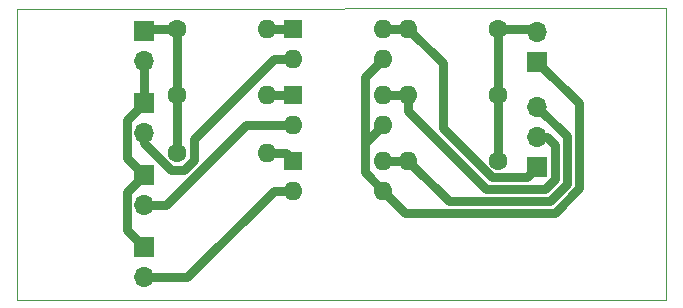
<source format=gbr>
%TF.GenerationSoftware,KiCad,Pcbnew,7.0.8*%
%TF.CreationDate,2023-11-18T19:46:02+02:00*%
%TF.ProjectId,limit_switch,6c696d69-745f-4737-9769-7463682e6b69,rev?*%
%TF.SameCoordinates,Original*%
%TF.FileFunction,Copper,L1,Top*%
%TF.FilePolarity,Positive*%
%FSLAX46Y46*%
G04 Gerber Fmt 4.6, Leading zero omitted, Abs format (unit mm)*
G04 Created by KiCad (PCBNEW 7.0.8) date 2023-11-18 19:46:02*
%MOMM*%
%LPD*%
G01*
G04 APERTURE LIST*
%TA.AperFunction,ComponentPad*%
%ADD10C,1.600000*%
%TD*%
%TA.AperFunction,ComponentPad*%
%ADD11O,1.600000X1.600000*%
%TD*%
%TA.AperFunction,ComponentPad*%
%ADD12R,1.700000X1.700000*%
%TD*%
%TA.AperFunction,ComponentPad*%
%ADD13O,1.700000X1.700000*%
%TD*%
%TA.AperFunction,ComponentPad*%
%ADD14R,1.600000X1.600000*%
%TD*%
%TA.AperFunction,Conductor*%
%ADD15C,0.800000*%
%TD*%
%TA.AperFunction,Profile*%
%ADD16C,0.100000*%
%TD*%
G04 APERTURE END LIST*
D10*
X154051000Y-110363000D03*
D11*
X146431000Y-110363000D03*
D10*
X126873000Y-104775000D03*
D11*
X134493000Y-104775000D03*
D12*
X124034000Y-111565000D03*
D13*
X124034000Y-114105000D03*
D12*
X124034000Y-105507000D03*
D13*
X124034000Y-108047000D03*
D14*
X136662000Y-110358000D03*
D11*
X136662000Y-112898000D03*
X144282000Y-112898000D03*
X144282000Y-110358000D03*
D10*
X154051000Y-99187000D03*
D11*
X146431000Y-99187000D03*
D10*
X126873000Y-109728000D03*
D11*
X134493000Y-109728000D03*
D12*
X124034000Y-117699000D03*
D13*
X124034000Y-120239000D03*
D12*
X124034000Y-99411000D03*
D13*
X124034000Y-101951000D03*
D12*
X157353000Y-110871000D03*
D13*
X157353000Y-108331000D03*
X157353000Y-105791000D03*
D10*
X154051000Y-104775000D03*
D11*
X146431000Y-104775000D03*
D14*
X136662000Y-104770000D03*
D11*
X136662000Y-107310000D03*
X144282000Y-107310000D03*
X144282000Y-104770000D03*
D10*
X126873000Y-99187000D03*
D11*
X134493000Y-99187000D03*
D12*
X157353000Y-101981000D03*
D13*
X157353000Y-99441000D03*
D14*
X136662000Y-99182000D03*
D11*
X136662000Y-101722000D03*
X144282000Y-101722000D03*
X144282000Y-99182000D03*
D15*
X146147000Y-114763000D02*
X144282000Y-112898000D01*
X142748000Y-108844000D02*
X142748000Y-103256000D01*
X157353000Y-101981000D02*
X160877001Y-105505001D01*
X158837956Y-114763000D02*
X146147000Y-114763000D01*
X160877001Y-105505001D02*
X160877001Y-112723955D01*
X142748000Y-108844000D02*
X144282000Y-107310000D01*
X142748000Y-103256000D02*
X144282000Y-101722000D01*
X160877001Y-112723955D02*
X158837956Y-114763000D01*
X142748000Y-111364000D02*
X142748000Y-108844000D01*
X144282000Y-112898000D02*
X142748000Y-111364000D01*
X126873000Y-104775000D02*
X126873000Y-99187000D01*
X124258000Y-99187000D02*
X124034000Y-99411000D01*
X126873000Y-109728000D02*
X126873000Y-104775000D01*
X126873000Y-99187000D02*
X124258000Y-99187000D01*
X154051000Y-99187000D02*
X154051000Y-110363000D01*
X154051000Y-99187000D02*
X157099000Y-99187000D01*
X157099000Y-99187000D02*
X157353000Y-99441000D01*
X127445786Y-111128000D02*
X126300214Y-111128000D01*
X124034000Y-108861786D02*
X124034000Y-108047000D01*
X128273000Y-110300786D02*
X127445786Y-111128000D01*
X128273000Y-108497101D02*
X128273000Y-110300786D01*
X136662000Y-101722000D02*
X135048101Y-101722000D01*
X135048101Y-101722000D02*
X128273000Y-108497101D01*
X126300214Y-111128000D02*
X124034000Y-108861786D01*
X132678000Y-107310000D02*
X125883000Y-114105000D01*
X125883000Y-114105000D02*
X124034000Y-114105000D01*
X136662000Y-107310000D02*
X132678000Y-107310000D01*
X136662000Y-112898000D02*
X135048101Y-112898000D01*
X127707101Y-120239000D02*
X124034000Y-120239000D01*
X135048101Y-112898000D02*
X127707101Y-120239000D01*
X136662000Y-99182000D02*
X134498000Y-99182000D01*
X134498000Y-99182000D02*
X134493000Y-99187000D01*
X134498000Y-104770000D02*
X134493000Y-104775000D01*
X136662000Y-104770000D02*
X134498000Y-104770000D01*
X136032000Y-109728000D02*
X136662000Y-110358000D01*
X134493000Y-109728000D02*
X136032000Y-109728000D01*
X153478214Y-111763000D02*
X156461000Y-111763000D01*
X149336000Y-102092000D02*
X146431000Y-99187000D01*
X146431000Y-99187000D02*
X144287000Y-99187000D01*
X144287000Y-99187000D02*
X144282000Y-99182000D01*
X149336000Y-107620786D02*
X153478214Y-111763000D01*
X149336000Y-102092000D02*
X149336000Y-107620786D01*
X156461000Y-111763000D02*
X157353000Y-110871000D01*
X158877000Y-111895528D02*
X158877000Y-109005000D01*
X146431000Y-106172000D02*
X153022000Y-112763000D01*
X144287000Y-104775000D02*
X144282000Y-104770000D01*
X146431000Y-104775000D02*
X144287000Y-104775000D01*
X158877000Y-109005000D02*
X158203000Y-108331000D01*
X146431000Y-104775000D02*
X146431000Y-106172000D01*
X153022000Y-112763000D02*
X158009528Y-112763000D01*
X158009528Y-112763000D02*
X158877000Y-111895528D01*
X158203000Y-108331000D02*
X157353000Y-108331000D01*
X149831000Y-113763000D02*
X158423742Y-113763000D01*
X144287000Y-110363000D02*
X144282000Y-110358000D01*
X159877001Y-112309741D02*
X159877000Y-108315000D01*
X159877000Y-108315000D02*
X157353000Y-105791000D01*
X146431000Y-110363000D02*
X149831000Y-113763000D01*
X146431000Y-110363000D02*
X144287000Y-110363000D01*
X158423742Y-113763000D02*
X159877001Y-112309741D01*
X124034000Y-105507000D02*
X122584000Y-106957000D01*
X122584000Y-110115000D02*
X124034000Y-111565000D01*
X124034000Y-101951000D02*
X124034000Y-105507000D01*
X122584000Y-113015000D02*
X122584000Y-116249000D01*
X122584000Y-116249000D02*
X124034000Y-117699000D01*
X122584000Y-106957000D02*
X122584000Y-110115000D01*
X124034000Y-111565000D02*
X122584000Y-113015000D01*
D16*
X168275000Y-97409000D02*
X168275000Y-122174000D01*
X113284000Y-122174000D02*
X168275000Y-122174000D01*
X113284000Y-97536000D02*
X168275000Y-97409000D01*
X113284000Y-122174000D02*
X113284000Y-97536000D01*
M02*

</source>
